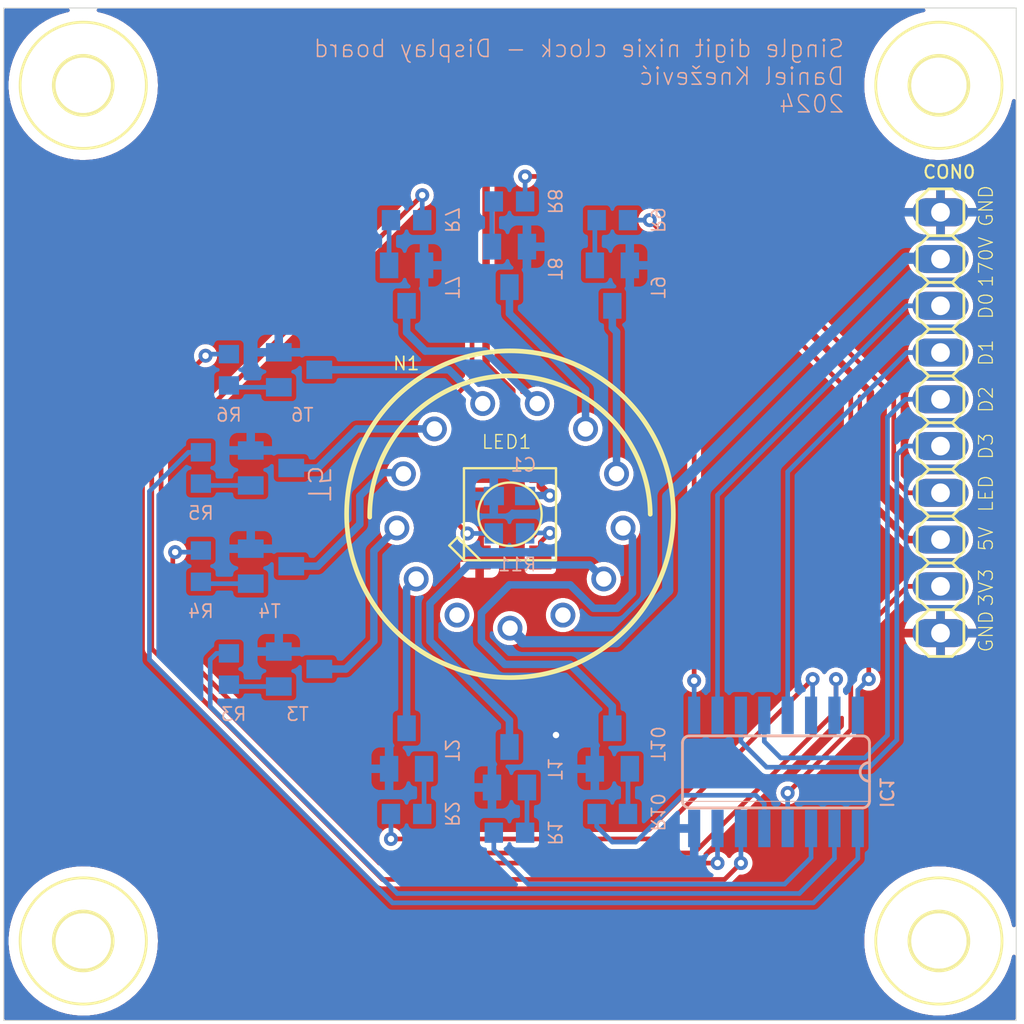
<source format=kicad_pcb>
(kicad_pcb (version 20240108) (generator "pcbnew") (generator_version "8.0")
  (layers (0 "F.Cu" signal) (31 "B.Cu" signal) (34 "B.Paste" user) (35 "F.Paste" user) (36 "B.SilkS" user "B.Silkscreen") (37 "F.SilkS" user "F.Silkscreen") (38 "B.Mask" user) (39 "F.Mask" user) (44 "Edge.Cuts" user))
  (net 0 "")
  (net 1 "GND")
  (net 2 "+5V")
  (net 3 "+3V3")
  (net 4 "LED")
  (net 5 "D3")
  (net 6 "D2")
  (net 7 "D1")
  (net 8 "D0")
  (net 9 "N$11")
  (net 10 "NIXIE9")
  (net 11 "NIXIE8")
  (net 12 "NIXIE7")
  (net 13 "NIXIE6")
  (net 14 "NIXIE5")
  (net 15 "DIG9")
  (net 16 "DIG8")
  (net 17 "DIG7")
  (net 18 "DIG6")
  (net 19 "DIG5")
  (net 20 "N$10")
  (net 21 "N$9")
  (net 22 "N$8")
  (net 23 "N$7")
  (net 24 "N$6")
  (net 25 "DIG4")
  (net 26 "DIG3")
  (net 27 "DIG2")
  (net 28 "DIG1")
  (net 29 "NIXIE4")
  (net 30 "NIXIE3")
  (net 31 "NIXIE2")
  (net 32 "NIXIE1")
  (net 33 "N$5")
  (net 34 "N$4")
  (net 35 "N$3")
  (net 36 "N$2")
  (net 37 "DIG0")
  (net 38 "NIXIE0")
  (net 39 "N$1")
  (net 40 "VCC")
  (footprint "displayBoard:IN-14" (layer "F.Cu") (at 148.5011 105.0036)
    (property "Reference" "N1")
    (property "Value" "IN-14" (hide yes))
  )
  (footprint "displayBoard:WS2812B-NARROW" (layer "F.Cu") (at 148.5011 105.0036 90)
    (property "Reference" "LED1")
    (property "Value" "WS2812B_5050N" (hide yes))
  )
  (footprint "displayBoard:1X10_325" (layer "F.Cu") (at 171.8891 100.0316 -90)
    (property "Reference" "CON0")
    (property "Value" "")
  )
  (footprint "displayBoard:3,0_237" (layer "F.Cu") (at 125.3191 81.7036)
    (property "Reference" "H2" (hide yes))
    (property "Value" "MOUNT-HOLE3.0" (hide yes))
  )
  (footprint "displayBoard:3,0_237" (layer "F.Cu") (at 125.3191 128.1856)
    (property "Reference" "H3" (hide yes))
    (property "Value" "MOUNT-HOLE3.0" (hide yes))
  )
  (footprint "displayBoard:3,0_237" (layer "F.Cu") (at 171.8011 81.7036)
    (property "Reference" "H1" (hide yes))
    (property "Value" "MOUNT-HOLE3.0" (hide yes))
  )
  (footprint "displayBoard:3,0_237" (layer "F.Cu") (at 171.8011 128.1856)
    (property "Reference" "H4" (hide yes))
    (property "Value" "MOUNT-HOLE3.0" (hide yes))
  )
  (footprint "displayBoard:SOT23-BEC_402" (layer "B.Cu") (at 142.8851 92.5856)
    (property "Reference" "T7")
    (property "Value" "MMBTA42")
  )
  (footprint "displayBoard:SOT23-BEC_402" (layer "B.Cu") (at 154.0611 92.5856)
    (property "Reference" "T9")
    (property "Value" "MMBTA42")
  )
  (footprint "displayBoard:SOT23-BEC_402" (layer "B.Cu") (at 154.0611 117.7316 180)
    (property "Reference" "T10")
    (property "Value" "MMBTA42")
  )
  (footprint "displayBoard:R0603_348" (layer "B.Cu") (at 148.4731 122.3036)
    (property "Reference" "R1")
    (property "Value" "4k7")
  )
  (footprint "displayBoard:R0603_348" (layer "B.Cu") (at 154.0611 121.2876)
    (property "Reference" "R10")
    (property "Value" "4k7")
  )
  (footprint "displayBoard:C0603_348" (layer "B.Cu") (at 148.4731 104.0156)
    (property "Reference" "C1")
    (property "Value" "100n")
  )
  (footprint "displayBoard:SOT23-BEC_402" (layer "B.Cu") (at 148.4731 118.7476 180)
    (property "Reference" "T1")
    (property "Value" "MMBTA42")
  )
  (footprint "displayBoard:SO16_80" (layer "B.Cu") (at 162.9511 119.0016 180)
    (property "Reference" "IC1")
    (property "Value" "4028D")
  )
  (footprint "displayBoard:SOT23-BEC_402" (layer "B.Cu") (at 137.0431 97.1576 90)
    (property "Reference" "T6")
    (property "Value" "MMBTA42")
  )
  (footprint "displayBoard:SOT23-BEC_402" (layer "B.Cu") (at 148.4731 91.5696)
    (property "Reference" "T8")
    (property "Value" "MMBTA42")
  )
  (footprint "displayBoard:R0603_348" (layer "B.Cu") (at 154.0611 89.0296 180)
    (property "Reference" "R9")
    (property "Value" "4k7")
  )
  (footprint "displayBoard:R0603_348" (layer "B.Cu") (at 133.2331 113.4136 -90)
    (property "Reference" "R3")
    (property "Value" "4k7")
  )
  (footprint "displayBoard:R0603_348" (layer "B.Cu") (at 148.4731 106.0476)
    (property "Reference" "R11")
    (property "Value" "470")
  )
  (footprint "displayBoard:R0603_348" (layer "B.Cu") (at 131.7091 107.8256 -90)
    (property "Reference" "R4")
    (property "Value" "4k7")
  )
  (footprint "displayBoard:R0603_348" (layer "B.Cu") (at 131.7091 102.4916 -90)
    (property "Reference" "R5")
    (property "Value" "4k7")
  )
  (footprint "displayBoard:SOT23-BEC_402" (layer "B.Cu") (at 137.0431 113.4136 90)
    (property "Reference" "T3")
    (property "Value" "MMBTA42")
  )
  (footprint "displayBoard:R0603_348" (layer "B.Cu") (at 142.8851 121.2876)
    (property "Reference" "R2")
    (property "Value" "4k7")
  )
  (footprint "displayBoard:R0603_348" (layer "B.Cu") (at 148.4731 88.0136 180)
    (property "Reference" "R8")
    (property "Value" "4k7")
  )
  (footprint "displayBoard:SOT23-BEC_402" (layer "B.Cu") (at 135.5191 107.8256 90)
    (property "Reference" "T4")
    (property "Value" "MMBTA42")
  )
  (footprint "displayBoard:R0603_348" (layer "B.Cu") (at 142.8851 89.0296 180)
    (property "Reference" "R7")
    (property "Value" "4k7")
  )
  (footprint "displayBoard:SOT23-BEC_402" (layer "B.Cu") (at 142.8851 117.7316 180)
    (property "Reference" "T2")
    (property "Value" "MMBTA42")
  )
  (footprint "displayBoard:SOT23-BEC_402" (layer "B.Cu") (at 135.5191 102.4916 90)
    (property "Reference" "T5")
    (property "Value" "MMBTA42")
  )
  (footprint "displayBoard:R0603_348" (layer "B.Cu") (at 133.2331 97.1576 -90)
    (property "Reference" "R6")
    (property "Value" "4k7")
  )
  (gr_line (start 176.0011 132.5036) (end 176.0011 77.5036) (stroke (width 0.05)) (layer "Edge.Cuts"))
  (gr_line (start 121.0011 132.5036) (end 176.0011 132.5036) (stroke (width 0.05)) (layer "Edge.Cuts"))
  (gr_line (start 176.0011 77.5036) (end 121.0011 77.5036) (stroke (width 0.05)) (layer "Edge.Cuts"))
  (gr_line (start 121.0011 77.5036) (end 121.0011 132.5036) (stroke (width 0.05)) (layer "Edge.Cuts"))
  (gr_text "Single digit nixie clock - Display board\nDaniel Knežević\n2024" (at 166.7211 79.1636 0) (layer "B.SilkS") (effects (font (size 0.93472 0.93472) (thickness 0.08128)) (justify left top mirror)))
  (gr_text "GND" (at 173.9211 87.0776 90) (layer "F.SilkS") (effects (font (size 0.747776 0.747776) (thickness 0.065024)) (justify right top)))
  (gr_text "D3" (at 173.9211 100.5396 90) (layer "F.SilkS") (effects (font (size 0.747776 0.747776) (thickness 0.065024)) (justify right top)))
  (gr_text "GND" (at 173.9211 110.1916 90) (layer "F.SilkS") (effects (font (size 0.747776 0.747776) (thickness 0.065024)) (justify right top)))
  (gr_text "3V3" (at 173.9211 107.9056 90) (layer "F.SilkS") (effects (font (size 0.747776 0.747776) (thickness 0.065024)) (justify right top)))
  (gr_text "D2" (at 173.9211 97.9996 90) (layer "F.SilkS") (effects (font (size 0.747776 0.747776) (thickness 0.065024)) (justify right top)))
  (gr_text "170V" (at 173.9211 89.8716 90) (layer "F.SilkS") (effects (font (size 0.747776 0.747776) (thickness 0.065024)) (justify right top)))
  (gr_text "D0" (at 173.9211 92.9196 90) (layer "F.SilkS") (effects (font (size 0.747776 0.747776) (thickness 0.065024)) (justify right top)))
  (gr_text "5V" (at 173.9211 105.6196 90) (layer "F.SilkS") (effects (font (size 0.747776 0.747776) (thickness 0.065024)) (justify right top)))
  (gr_text "D1" (at 173.9211 95.4596 90) (layer "F.SilkS") (effects (font (size 0.747776 0.747776) (thickness 0.065024)) (justify right top)))
  (gr_text "LED" (at 173.9211 102.8256 90) (layer "F.SilkS") (effects (font (size 0.747776 0.747776) (thickness 0.065024)) (justify right top)))
  (via (at 151 117) (size 0.7564) (drill 0.35) (layers "F.Cu" "B.Cu") (net 1))
  (segment (start 148.6001 100.0786) (end 150.1511 101.6296) (width 0.4064) (layer "F.Cu") (net 2))
  (segment (start 150.1511 101.6296) (end 150.1511 102.6536) (width 0.4064) (layer "F.Cu") (net 2))
  (segment (start 150.1511 103.4806) (end 150.6591 103.9886) (width 0.4064) (layer "F.Cu") (net 2))
  (segment (start 147.2031 86.9976) (end 147.2031 96.9036) (width 0.4064) (layer "F.Cu") (net 2))
  (segment (start 147.2031 96.9036) (end 148.6001 98.3006) (width 0.4064) (layer "F.Cu") (net 2))
  (segment (start 168.0791 98.3956) (end 155.4111 85.7276) (width 0.4064) (layer "F.Cu") (net 2))
  (segment (start 148.6001 98.3006) (end 148.6001 100.0786) (width 0.4064) (layer "F.Cu") (net 2))
  (segment (start 148.4731 85.7276) (end 147.2031 86.9976) (width 0.4064) (layer "F.Cu") (net 2))
  (segment (start 171.8891 106.3816) (end 170.1111 106.3816) (width 0.4064) (layer "F.Cu") (net 2))
  (segment (start 168.0791 98.3956) (end 168.0791 104.3496) (width 0.4064) (layer "F.Cu") (net 2))
  (segment (start 155.4111 85.7276) (end 148.4731 85.7276) (width 0.4064) (layer "F.Cu") (net 2))
  (segment (start 170.1111 106.3816) (end 168.0791 104.3496) (width 0.4064) (layer "F.Cu") (net 2))
  (segment (start 150.1511 102.6536) (end 150.1511 103.4806) (width 0.4064) (layer "F.Cu") (net 2))
  (via (at 150.6591 103.9886) (size 0.7564) (drill 0.35) (layers "F.Cu" "B.Cu") (net 2))
  (segment (start 149.3501 103.9886) (end 150.6591 103.9886) (width 0.4064) (layer "B.Cu") (net 2))
  (segment (start 149.3231 104.0156) (end 149.3501 103.9886) (width 0.4064) (layer "B.Cu") (net 2))
  (segment (start 171.8891 108.9216) (end 170.0951 108.9216) (width 0.254) (layer "F.Cu") (net 3))
  (segment (start 167.9911 111.0256) (end 167.9911 113.9616) (width 0.254) (layer "F.Cu") (net 3))
  (segment (start 170.0951 108.9216) (end 167.9911 111.0256) (width 0.254) (layer "F.Cu") (net 3))
  (via (at 167.9911 113.9616) (size 0.7564) (drill 0.35) (layers "F.Cu" "B.Cu") (net 3))
  (segment (start 167.3961 115.9282) (end 167.3961 114.5566) (width 0.254) (layer "B.Cu") (net 3))
  (segment (start 167.9911 113.9616) (end 167.3961 114.5566) (width 0.254) (layer "B.Cu") (net 3))
  (segment (start 169.3491 98.6496) (end 169.3491 103.0796) (width 0.254) (layer "F.Cu") (net 4))
  (segment (start 145.1711 101.7296) (end 145.1711 105.0316) (width 0.254) (layer "F.Cu") (net 4))
  (segment (start 171.8891 103.8416) (end 170.1111 103.8416) (width 0.254) (layer "F.Cu") (net 4))
  (segment (start 145.6791 98.4276) (end 145.6791 101.2216) (width 0.254) (layer "F.Cu") (net 4))
  (segment (start 148.2191 84.9656) (end 146.4411 86.7436) (width 0.254) (layer "F.Cu") (net 4))
  (segment (start 155.6651 84.9656) (end 148.2191 84.9656) (width 0.254) (layer "F.Cu") (net 4))
  (segment (start 169.3491 98.6496) (end 155.6651 84.9656) (width 0.254) (layer "F.Cu") (net 4))
  (segment (start 170.1111 103.8416) (end 169.3491 103.0796) (width 0.254) (layer "F.Cu") (net 4))
  (segment (start 145.6791 101.2216) (end 145.1711 101.7296) (width 0.254) (layer "F.Cu") (net 4))
  (segment (start 146.4411 86.7436) (end 146.4411 97.6656) (width 0.254) (layer "F.Cu") (net 4))
  (segment (start 145.1711 105.0316) (end 146.1871 106.0476) (width 0.254) (layer "F.Cu") (net 4))
  (segment (start 146.4411 97.6656) (end 145.6791 98.4276) (width 0.254) (layer "F.Cu") (net 4))
  (via (at 146.1871 106.0476) (size 0.7564) (drill 0.35) (layers "F.Cu" "B.Cu") (net 4))
  (segment (start 147.6231 106.0476) (end 146.1871 106.0476) (width 0.254) (layer "B.Cu") (net 4))
  (segment (start 168.0311 118.7476) (end 169.5151 117.2636) (width 0.254) (layer "B.Cu") (net 5))
  (segment (start 161.0461 115.9282) (end 161.0461 117.3506) (width 0.254) (layer "B.Cu") (net 5))
  (segment (start 161.0461 117.3506) (end 162.4431 118.7476) (width 0.254) (layer "B.Cu") (net 5))
  (segment (start 169.5151 101.7696) (end 169.5151 117.2636) (width 0.254) (layer "B.Cu") (net 5))
  (segment (start 171.8891 101.3016) (end 169.9831 101.3016) (width 0.254) (layer "B.Cu") (net 5))
  (segment (start 169.9831 101.3016) (end 169.5151 101.7696) (width 0.254) (layer "B.Cu") (net 5))
  (segment (start 162.4431 118.7476) (end 168.0311 118.7476) (width 0.254) (layer "B.Cu") (net 5))
  (segment (start 169.0071 117.0096) (end 167.7771 118.2396) (width 0.254) (layer "B.Cu") (net 6))
  (segment (start 171.8891 98.7616) (end 169.9831 98.7616) (width 0.254) (layer "B.Cu") (net 6))
  (segment (start 169.0071 99.7376) (end 169.0071 117.0096) (width 0.254) (layer "B.Cu") (net 6))
  (segment (start 167.7771 118.2396) (end 163.2051 118.2396) (width 0.254) (layer "B.Cu") (net 6))
  (segment (start 162.3161 115.9282) (end 162.3161 117.3506) (width 0.254) (layer "B.Cu") (net 6))
  (segment (start 169.9831 98.7616) (end 169.0071 99.7376) (width 0.254) (layer "B.Cu") (net 6))
  (segment (start 163.2051 118.2396) (end 162.3161 117.3506) (width 0.254) (layer "B.Cu") (net 6))
  (segment (start 171.8891 96.2216) (end 170.0631 96.2216) (width 0.254) (layer "B.Cu") (net 7))
  (segment (start 170.0631 96.2216) (end 163.5861 102.6986) (width 0.254) (layer "B.Cu") (net 7))
  (segment (start 163.5861 102.6986) (end 163.5861 115.9282) (width 0.254) (layer "B.Cu") (net 7))
  (segment (start 170.0631 93.6816) (end 159.7761 103.9686) (width 0.254) (layer "B.Cu") (net 8))
  (segment (start 171.8891 93.6816) (end 170.0631 93.6816) (width 0.254) (layer "B.Cu") (net 8))
  (segment (start 159.7761 115.9282) (end 159.7761 103.9686) (width 0.254) (layer "B.Cu") (net 8))
  (segment (start 150.1511 106.5286) (end 150.6591 106.0206) (width 0.254) (layer "F.Cu") (net 9))
  (segment (start 150.1511 107.3536) (end 150.1511 106.5286) (width 0.254) (layer "F.Cu") (net 9))
  (via (at 150.6591 106.0206) (size 0.7564) (drill 0.35) (layers "F.Cu" "B.Cu") (net 9))
  (segment (start 149.3501 106.0206) (end 150.6591 106.0206) (width 0.254) (layer "B.Cu") (net 9))
  (segment (start 149.3231 106.0476) (end 149.3501 106.0206) (width 0.4064) (layer "B.Cu") (net 9))
  (segment (start 155.1539 109.2728) (end 154.3151 110.1116) (width 0.4064) (layer "B.Cu") (net 10))
  (segment (start 153.0451 110.1116) (end 154.3151 110.1116) (width 0.4064) (layer "B.Cu") (net 10))
  (segment (start 155.1539 106.2577) (end 155.1539 109.2728) (width 0.4064) (layer "B.Cu") (net 10))
  (segment (start 148.4731 108.8416) (end 151.7751 108.8416) (width 0.4064) (layer "B.Cu") (net 10))
  (segment (start 146.9491 111.8896) (end 146.9491 110.3656) (width 0.4064) (layer "B.Cu") (net 10))
  (segment (start 151.7751 108.8416) (end 153.0451 110.1116) (width 0.4064) (layer "B.Cu") (net 10))
  (segment (start 146.9491 110.3656) (end 148.4731 108.8416) (width 0.4064) (layer "B.Cu") (net 10))
  (segment (start 151.7751 113.1596) (end 148.2191 113.1596) (width 0.4064) (layer "B.Cu") (net 10))
  (segment (start 154.6459 105.7497) (end 155.1539 106.2577) (width 0.4064) (layer "B.Cu") (net 10))
  (segment (start 154.0611 115.4456) (end 151.7751 113.1596) (width 0.4064) (layer "B.Cu") (net 10))
  (segment (start 148.2191 113.1596) (end 146.9491 111.8896) (width 0.4064) (layer "B.Cu") (net 10))
  (segment (start 154.0611 116.6316) (end 154.0611 115.4456) (width 0.4064) (layer "B.Cu") (net 10))
  (segment (start 154.2888 95.0993) (end 154.0611 94.8716) (width 0.4064) (layer "B.Cu") (net 11))
  (segment (start 154.0611 93.6856) (end 154.0611 94.8716) (width 0.4064) (layer "B.Cu") (net 11))
  (segment (start 154.2888 102.8086) (end 154.2888 95.0993) (width 0.4064) (layer "B.Cu") (net 11))
  (segment (start 148.4731 92.6696) (end 148.4731 94.1096) (width 0.4064) (layer "B.Cu") (net 12))
  (segment (start 152.6058 98.2423) (end 152.6058 100.3704) (width 0.4064) (layer "B.Cu") (net 12))
  (segment (start 148.4731 94.1096) (end 152.6058 98.2423) (width 0.4064) (layer "B.Cu") (net 12))
  (segment (start 142.8851 95.1256) (end 143.9011 96.1416) (width 0.4064) (layer "B.Cu") (net 13))
  (segment (start 143.9011 96.1416) (end 147.1305 96.1416) (width 0.4064) (layer "B.Cu") (net 13))
  (segment (start 142.8851 93.6856) (end 142.8851 95.1256) (width 0.4064) (layer "B.Cu") (net 13))
  (segment (start 147.1305 96.1416) (end 149.9824 98.9935) (width 0.4064) (layer "B.Cu") (net 13))
  (segment (start 145.1839 97.1576) (end 147.0198 98.9935) (width 0.4064) (layer "B.Cu") (net 14))
  (segment (start 138.1431 97.1576) (end 145.1839 97.1576) (width 0.4064) (layer "B.Cu") (net 14))
  (segment (start 162.3161 120.7326) (end 162.3161 122.075) (width 0.254) (layer "B.Cu") (net 15))
  (segment (start 161.8551 120.2716) (end 162.3161 120.7326) (width 0.254) (layer "B.Cu") (net 15))
  (segment (start 153.2111 121.2876) (end 153.2111 121.9616) (width 0.254) (layer "B.Cu") (net 15))
  (segment (start 153.2111 121.9616) (end 154.0611 122.8116) (width 0.254) (layer "B.Cu") (net 15))
  (segment (start 157.8711 120.2716) (end 161.8551 120.2716) (width 0.254) (layer "B.Cu") (net 15))
  (segment (start 155.3311 122.8116) (end 157.8711 120.2716) (width 0.254) (layer "B.Cu") (net 15))
  (segment (start 154.0611 122.8116) (end 155.3311 122.8116) (width 0.254) (layer "B.Cu") (net 15))
  (segment (start 156.0931 89.0296) (end 158.5061 91.4426) (width 0.254) (layer "F.Cu") (net 16))
  (segment (start 158.5061 91.4426) (end 158.5061 114.0486) (width 0.254) (layer "F.Cu") (net 16))
  (via (at 158.5061 114.0486) (size 0.7564) (drill 0.35) (layers "F.Cu" "B.Cu") (net 16))
  (via (at 156.0931 89.0296) (size 0.7564) (drill 0.35) (layers "F.Cu" "B.Cu") (net 16))
  (segment (start 158.5061 114.0486) (end 158.5061 115.9282) (width 0.254) (layer "B.Cu") (net 16))
  (segment (start 154.9111 89.0296) (end 156.0931 89.0296) (width 0.254) (layer "B.Cu") (net 16))
  (segment (start 149.3231 86.6556) (end 155.2431 86.6556) (width 0.254) (layer "F.Cu") (net 17))
  (segment (start 167.0151 116.7156) (end 167.0151 98.4276) (width 0.254) (layer "F.Cu") (net 17))
  (segment (start 155.2431 86.6556) (end 167.0151 98.4276) (width 0.254) (layer "F.Cu") (net 17))
  (segment (start 163.5861 120.1446) (end 167.0151 116.7156) (width 0.254) (layer "F.Cu") (net 17))
  (via (at 163.5861 120.1446) (size 0.7564) (drill 0.35) (layers "F.Cu" "B.Cu") (net 17))
  (via (at 149.3231 86.6556) (size 0.7564) (drill 0.35) (layers "F.Cu" "B.Cu") (net 17))
  (segment (start 163.5861 120.1446) (end 163.5861 122.075) (width 0.254) (layer "B.Cu") (net 17))
  (segment (start 149.3231 88.0136) (end 149.3231 86.6556) (width 0.254) (layer "B.Cu") (net 17))
  (segment (start 129.5501 101.8566) (end 129.5501 112.100025) (width 0.254) (layer "F.Cu") (net 18))
  (segment (start 141.404675 123.9546) (end 159.7761 123.9546) (width 0.254) (layer "F.Cu") (net 18))
  (segment (start 143.7351 87.6716) (end 129.5501 101.8566) (width 0.254) (layer "F.Cu") (net 18))
  (segment (start 129.5501 112.100025) (end 141.404675 123.9546) (width 0.254) (layer "F.Cu") (net 18))
  (via (at 143.7351 87.6716) (size 0.7564) (drill 0.35) (layers "F.Cu" "B.Cu") (net 18))
  (via (at 159.7761 123.9546) (size 0.7564) (drill 0.35) (layers "F.Cu" "B.Cu") (net 18))
  (segment (start 159.7761 122.075) (end 159.7761 123.9546) (width 0.254) (layer "B.Cu") (net 18))
  (segment (start 143.7351 89.0296) (end 143.7351 87.6716) (width 0.254) (layer "B.Cu") (net 18))
  (segment (start 129.0421 99.3166) (end 131.9631 96.3956) (width 0.254) (layer "F.Cu") (net 19))
  (segment (start 129.0421 112.31045) (end 129.0421 99.3166) (width 0.254) (layer "F.Cu") (net 19))
  (segment (start 161.0461 123.9546) (end 160.1571 124.8436) (width 0.254) (layer "F.Cu") (net 19))
  (segment (start 141.57525 124.8436) (end 129.0421 112.31045) (width 0.254) (layer "F.Cu") (net 19))
  (segment (start 160.1571 124.8436) (end 141.57525 124.8436) (width 0.254) (layer "F.Cu") (net 19))
  (via (at 131.9631 96.3956) (size 0.7564) (drill 0.35) (layers "F.Cu" "B.Cu") (net 19))
  (via (at 161.0461 123.9546) (size 0.7564) (drill 0.35) (layers "F.Cu" "B.Cu") (net 19))
  (segment (start 131.9631 96.3956) (end 132.0511 96.3076) (width 0.254) (layer "B.Cu") (net 19))
  (segment (start 161.0461 122.075) (end 161.0461 123.9546) (width 0.254) (layer "B.Cu") (net 19))
  (segment (start 132.0511 96.3076) (end 133.2331 96.3076) (width 0.254) (layer "B.Cu") (net 19))
  (segment (start 154.9111 118.9316) (end 154.9111 121.2876) (width 0.254) (layer "B.Cu") (net 20))
  (segment (start 155.0111 118.8316) (end 154.9111 118.9316) (width 0.254) (layer "B.Cu") (net 20))
  (segment (start 153.1111 89.1296) (end 153.2111 89.0296) (width 0.254) (layer "B.Cu") (net 21))
  (segment (start 153.1111 91.4856) (end 153.1111 89.1296) (width 0.254) (layer "B.Cu") (net 21))
  (segment (start 147.5231 90.4696) (end 147.5231 88.1136) (width 0.254) (layer "B.Cu") (net 22))
  (segment (start 147.5231 88.1136) (end 147.6231 88.0136) (width 0.254) (layer "B.Cu") (net 22))
  (segment (start 141.9351 91.4856) (end 141.9351 89.1296) (width 0.254) (layer "B.Cu") (net 23))
  (segment (start 141.9351 89.1296) (end 142.0351 89.0296) (width 0.254) (layer "B.Cu") (net 23))
  (segment (start 133.3331 98.1076) (end 133.2331 98.0076) (width 0.254) (layer "B.Cu") (net 24))
  (segment (start 135.9431 98.1076) (end 133.3331 98.1076) (width 0.254) (layer "B.Cu") (net 24))
  (segment (start 164.9831 126.1136) (end 167.3961 123.7006) (width 0.254) (layer "B.Cu") (net 25))
  (segment (start 131.7091 101.6416) (end 131.0351 101.6416) (width 0.254) (layer "B.Cu") (net 25))
  (segment (start 142.1231 126.1136) (end 164.9831 126.1136) (width 0.254) (layer "B.Cu") (net 25))
  (segment (start 128.9151 103.7616) (end 128.9151 112.9056) (width 0.254) (layer "B.Cu") (net 25))
  (segment (start 167.3961 123.7006) (end 167.3961 122.075) (width 0.254) (layer "B.Cu") (net 25))
  (segment (start 131.0351 101.6416) (end 128.9151 103.7616) (width 0.254) (layer "B.Cu") (net 25))
  (segment (start 128.9151 112.9056) (end 142.1231 126.1136) (width 0.254) (layer "B.Cu") (net 25))
  (segment (start 130.1851 107.1906) (end 130.1851 112.0166) (width 0.254) (layer "F.Cu") (net 26))
  (segment (start 166.2131 115.696025) (end 158.501525 123.4076) (width 0.254) (layer "F.Cu") (net 26))
  (segment (start 158.501525 123.4076) (end 141.5761 123.4076) (width 0.254) (layer "F.Cu") (net 26))
  (segment (start 130.3121 107.0636) (end 130.1851 107.1906) (width 0.254) (layer "F.Cu") (net 26))
  (segment (start 141.5761 123.4076) (end 130.1851 112.0166) (width 0.254) (layer "F.Cu") (net 26))
  (segment (start 166.2131 113.9616) (end 166.2131 115.696025) (width 0.254) (layer "F.Cu") (net 26))
  (via (at 166.2131 113.9616) (size 0.7564) (drill 0.35) (layers "F.Cu" "B.Cu") (net 26))
  (via (at 130.3121 107.0636) (size 0.7564) (drill 0.35) (layers "F.Cu" "B.Cu") (net 26))
  (segment (start 131.6211 107.0636) (end 130.3121 107.0636) (width 0.254) (layer "B.Cu") (net 26))
  (segment (start 131.7091 106.9756) (end 131.6211 107.0636) (width 0.254) (layer "B.Cu") (net 26))
  (segment (start 166.2131 113.9616) (end 166.2131 115.8412) (width 0.254) (layer "B.Cu") (net 26))
  (segment (start 166.2131 115.8412) (end 166.1261 115.9282) (width 0.254) (layer "B.Cu") (net 26))
  (segment (start 132.5591 112.5636) (end 132.2171 112.9056) (width 0.254) (layer "B.Cu") (net 27))
  (segment (start 166.1261 123.7006) (end 166.1261 122.075) (width 0.254) (layer "B.Cu") (net 27))
  (segment (start 142.3771 125.6056) (end 164.2211 125.6056) (width 0.254) (layer "B.Cu") (net 27))
  (segment (start 132.2171 112.9056) (end 132.2171 115.4456) (width 0.254) (layer "B.Cu") (net 27))
  (segment (start 133.2331 112.5636) (end 132.5591 112.5636) (width 0.254) (layer "B.Cu") (net 27))
  (segment (start 164.2211 125.6056) (end 166.1261 123.7006) (width 0.254) (layer "B.Cu") (net 27))
  (segment (start 132.2171 115.4456) (end 142.3771 125.6056) (width 0.254) (layer "B.Cu") (net 27))
  (segment (start 156.2591 122.6456) (end 164.9431 113.9616) (width 0.254) (layer "F.Cu") (net 28))
  (segment (start 156.2591 122.6456) (end 142.0351 122.6456) (width 0.254) (layer "F.Cu") (net 28))
  (via (at 164.9431 113.9616) (size 0.7564) (drill 0.35) (layers "F.Cu" "B.Cu") (net 28))
  (via (at 142.0351 122.6456) (size 0.7564) (drill 0.35) (layers "F.Cu" "B.Cu") (net 28))
  (segment (start 164.9431 115.8412) (end 164.8561 115.9282) (width 0.254) (layer "B.Cu") (net 28))
  (segment (start 142.0351 121.2876) (end 142.0351 122.6456) (width 0.254) (layer "B.Cu") (net 28))
  (segment (start 164.9431 113.9616) (end 164.9431 115.8412) (width 0.254) (layer "B.Cu") (net 28))
  (segment (start 138.0591 102.4916) (end 140.1803 100.3704) (width 0.4064) (layer "B.Cu") (net 29))
  (segment (start 136.6191 102.4916) (end 138.0591 102.4916) (width 0.4064) (layer "B.Cu") (net 29))
  (segment (start 140.1803 100.3704) (end 144.3964 100.3704) (width 0.4064) (layer "B.Cu") (net 29))
  (segment (start 140.3451 105.5396) (end 140.3451 104.0156) (width 0.4064) (layer "B.Cu") (net 30))
  (segment (start 136.6191 107.8256) (end 138.0591 107.8256) (width 0.4064) (layer "B.Cu") (net 30))
  (segment (start 141.6151 102.7456) (end 142.6504 102.7456) (width 0.4064) (layer "B.Cu") (net 30))
  (segment (start 138.0591 107.8256) (end 140.3451 105.5396) (width 0.4064) (layer "B.Cu") (net 30))
  (segment (start 142.6504 102.7456) (end 142.7134 102.8086) (width 0.4064) (layer "B.Cu") (net 30))
  (segment (start 140.3451 104.0156) (end 141.6151 102.7456) (width 0.4064) (layer "B.Cu") (net 30))
  (segment (start 141.1071 106.9989) (end 142.3124 105.7936) (width 0.4064) (layer "B.Cu") (net 31))
  (segment (start 139.5831 113.4136) (end 141.1071 111.8896) (width 0.4064) (layer "B.Cu") (net 31))
  (segment (start 142.3563 105.7497) (end 142.3124 105.7936) (width 0.254) (layer "B.Cu") (net 31))
  (segment (start 141.1071 111.8896) (end 141.1071 106.9989) (width 0.4064) (layer "B.Cu") (net 31))
  (segment (start 138.1431 113.4136) (end 139.5831 113.4136) (width 0.4064) (layer "B.Cu") (net 31))
  (segment (start 143.4069 108.5199) (end 142.8851 109.0417) (width 0.4064) (layer "B.Cu") (net 32))
  (segment (start 142.8851 116.6316) (end 142.8851 109.0417) (width 0.4064) (layer "B.Cu") (net 32))
  (segment (start 134.4191 103.4416) (end 131.8091 103.4416) (width 0.254) (layer "B.Cu") (net 33))
  (segment (start 131.8091 103.4416) (end 131.7091 103.3416) (width 0.254) (layer "B.Cu") (net 33))
  (segment (start 131.8091 108.7756) (end 131.7091 108.6756) (width 0.254) (layer "B.Cu") (net 34))
  (segment (start 134.4191 108.7756) (end 131.8091 108.7756) (width 0.254) (layer "B.Cu") (net 34))
  (segment (start 135.9431 114.3636) (end 133.3331 114.3636) (width 0.254) (layer "B.Cu") (net 35))
  (segment (start 133.3331 114.3636) (end 133.2331 114.2636) (width 0.254) (layer "B.Cu") (net 35))
  (segment (start 143.8351 118.8316) (end 143.8351 121.1876) (width 0.254) (layer "B.Cu") (net 36))
  (segment (start 143.8351 121.1876) (end 143.7351 121.2876) (width 0.254) (layer "B.Cu") (net 36))
  (segment (start 147.6231 122.3036) (end 147.6231 123.2316) (width 0.254) (layer "B.Cu") (net 37))
  (segment (start 163.4191 125.0976) (end 149.4891 125.0976) (width 0.254) (layer "B.Cu") (net 37))
  (segment (start 164.8561 123.6606) (end 163.4191 125.0976) (width 0.254) (layer "B.Cu") (net 37))
  (segment (start 149.4891 125.0976) (end 147.6231 123.2316) (width 0.254) (layer "B.Cu") (net 37))
  (segment (start 164.8561 122.075) (end 164.8561 123.6606) (width 0.254) (layer "B.Cu") (net 37))
  (segment (start 144.1551 111.8896) (end 144.1551 109.8576) (width 0.4064) (layer "B.Cu") (net 38))
  (segment (start 148.4731 117.6476) (end 148.4731 116.2076) (width 0.4064) (layer "B.Cu") (net 38))
  (segment (start 152.8333 107.7579) (end 153.5953 108.5199) (width 0.4064) (layer "B.Cu") (net 38))
  (segment (start 148.4731 116.2076) (end 144.1551 111.8896) (width 0.4064) (layer "B.Cu") (net 38))
  (segment (start 144.1551 109.8576) (end 146.2548 107.7579) (width 0.4064) (layer "B.Cu") (net 38))
  (segment (start 152.8333 107.7579) (end 146.2548 107.7579) (width 0.4064) (layer "B.Cu") (net 38))
  (segment (start 149.4231 122.2036) (end 149.3231 122.3036) (width 0.254) (layer "B.Cu") (net 39))
  (segment (start 149.4231 119.8476) (end 149.4231 122.2036) (width 0.254) (layer "B.Cu") (net 39))
  (segment (start 157.0691 109.1356) (end 157.0691 104.0556) (width 0.6096) (layer "B.Cu") (net 40))
  (segment (start 157.0691 104.0556) (end 170.0231 91.1016) (width 0.6096) (layer "B.Cu") (net 40))
  (segment (start 154.2751 111.9296) (end 157.0691 109.1356) (width 0.6096) (layer "B.Cu") (net 40))
  (segment (start 148.5011 111.1935) (end 149.1951 111.8875) (width 0.6096) (layer "B.Cu") (net 40))
  (segment (start 149.1951 111.8875) (end 149.1951 111.9296) (width 0.6096) (layer "B.Cu") (net 40))
  (segment (start 149.1951 111.9296) (end 154.2751 111.9296) (width 0.6096) (layer "B.Cu") (net 40))
  (segment (start 171.3331 91.1416) (end 171.8891 91.1416) (width 0.6096) (layer "B.Cu") (net 40))
  (segment (start 170.0231 91.1016) (end 171.2931 91.1016) (width 0.6096) (layer "B.Cu") (net 40))
  (segment (start 171.2931 91.1016) (end 171.3331 91.1416) (width 0.6096) (layer "B.Cu") (net 40))
  (zone (net 1) (net_name "GND") (layers "F&B.Cu") (priority 6) (connect_pads (clearance 0.2)) (min_thickness 0.2) (fill yes (thermal_gap 0.4564) (thermal_bridge_width 0.4564))
    (polygon (pts (xy 176.4023 132.7068) (xy 120.7979 132.7068) (xy 120.7979 77.1024) (xy 176.4023 77.1024)))
  )
  (zone (net 1) (net_name "GND") (layers "F&B.Cu") (priority 6) (connect_pads (clearance 0.1)) (min_thickness 0.2032) (fill yes (thermal_gap 0.4564) (thermal_bridge_width 0.4564))
    (polygon (pts (xy 176.4343 132.7068) (xy 120.7979 132.7068) (xy 120.7979 77.0704) (xy 176.4343 77.0704)))
  )
)
</source>
